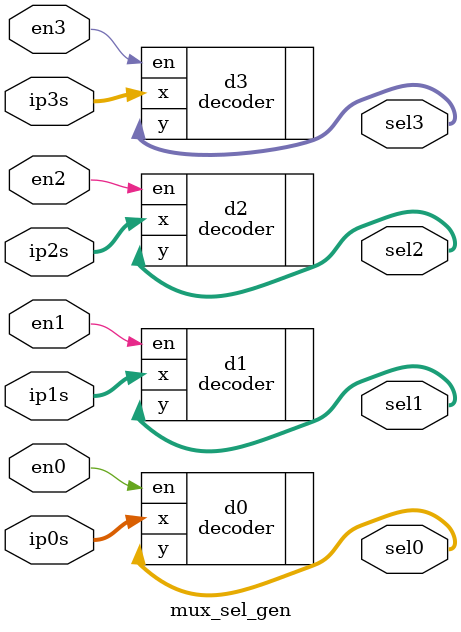
<source format=v>
module mux_sel_gen(
    input [1:0]ip0s,ip1s,ip2s,ip3s,
    input en0,en1,en2,en3,
    output [3:0]sel0,sel1,sel2,sel3
);

decoder d0(.x(ip0s),.en(en0),.y(sel0));
decoder d1(.x(ip1s),.en(en1),.y(sel1));
decoder d2(.x(ip2s),.en(en2),.y(sel2));
decoder d3(.x(ip3s),.en(en3),.y(sel3));

endmodule
</source>
